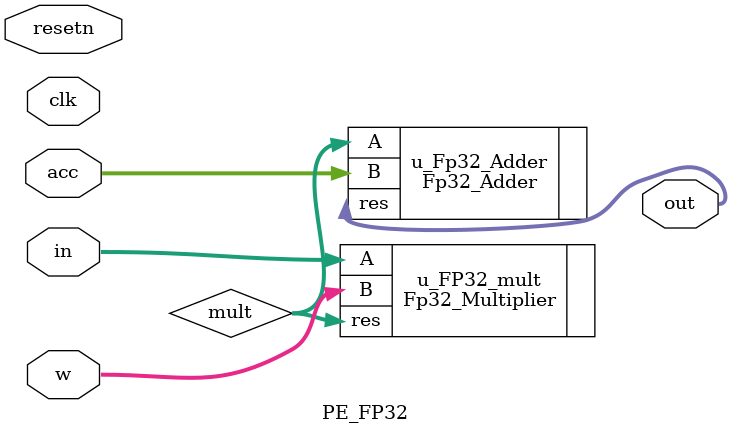
<source format=sv>
module PE_FP32(
    input logic resetn,
    input logic clk,

    input logic signed[31:0] in,
    input logic signed[31:0] acc, 
    input logic signed[31:0] w, 
    
    output logic signed[31:0] out
);

logic[31:0] mult;

Fp32_Multiplier u_FP32_mult (
    .A      (in),
    .B      (w),
    .res    (mult)
);

Fp32_Adder u_Fp32_Adder (
    .A      (mult),
    .B      (acc),
    .res    (out)
);

endmodule 

</source>
